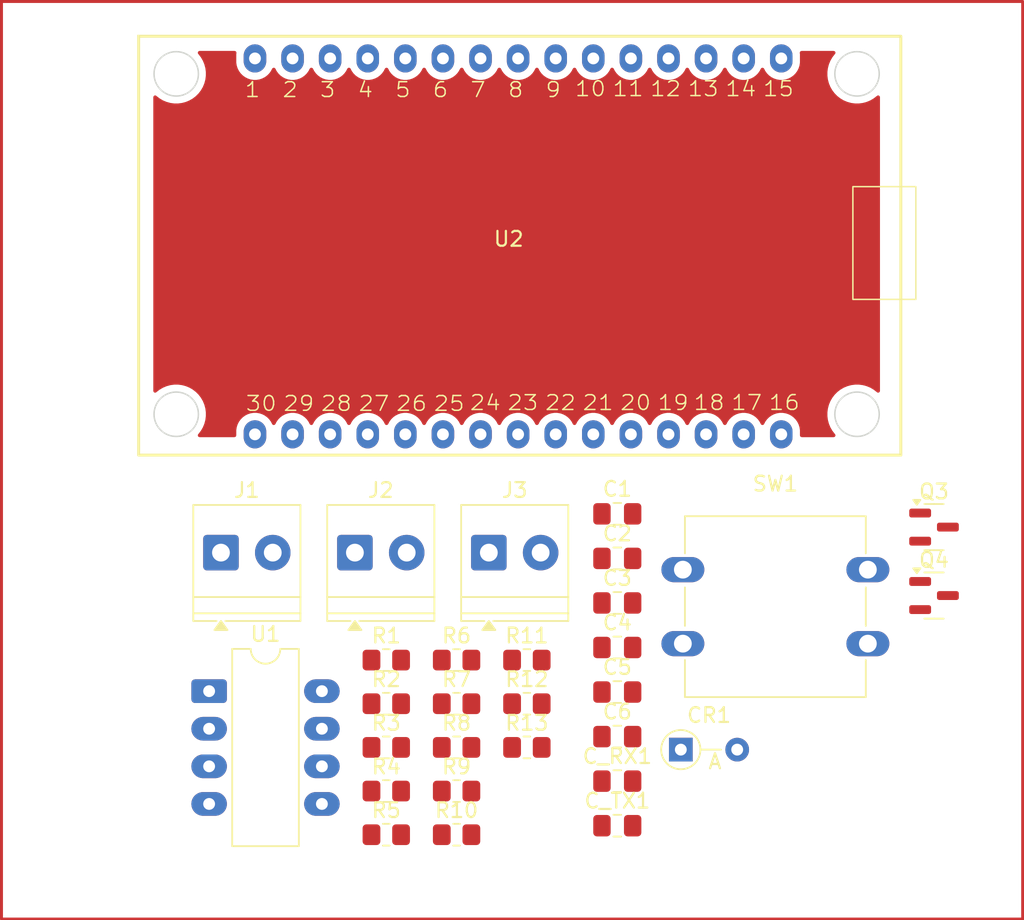
<source format=kicad_pcb>
(kicad_pcb (version 20241229) (generator "pcbnew") (generator_version "9.0")
  (layers (0 "F.Cu" signal) (2 "B.Cu" signal) (13 "F.Paste" user) (15 "B.Paste" user) (5 "F.SilkS" user "F.Silkscreen") (7 "B.SilkS" user "B.Silkscreen") (1 "F.Mask" user) (3 "B.Mask" user) (25 "Edge.Cuts" user))
  (net 0 "")
  (net 1 "/Antena")
  (net 2 "+5V")
  (net 3 "GND")
  (net 4 "/Current_Amp")
  (net 5 "/Voltage_Amp")
  (net 6 "/Retificadora")
  (net 7 "Net-(U1A-+)")
  (net 8 "Net-(U1B--)")
  (net 9 "/AmpOp")
  (net 11 "Net-(Q3-B)")
  (net 14 "Net-(C2-Pad2)")
  (net 16 "Net-(Q3-C)")
  (net 21 "Net-(Q4-B)")
  (net 22 "Net-(Q4-E)")
  (net 25 "/Antena_RX")
  (net 26 "/Antena_TX")
  (net 27 "/Bateria")
  (net 28 "/ESP32_RX")
  (net 30 "/ESP32_TX")
  (net 34 "/TRIG_PIN")
  (net 35 "/PWM_PIN")
  (footprint "Capacitor_SMD:C_0805_2012Metric_Pad1.18x1.45mm_HandSolder" (layer "F.Cu") (at 101.61 95.17)
    (property "Reference" "C6" (at 0 -1.68 0) (layer "F.SilkS"))
    (property "Value" "1uF")
    (fp_line (start -0.261252 -0.735) (end 0.261252 -0.735) (stroke (width 0.12)) (layer "F.SilkS"))
    (fp_line (start -0.261252 0.735) (end 0.261252 0.735) (stroke (width 0.12)) (layer "F.SilkS"))
    (pad "1" smd roundrect (at -1.0375 0) (size 1.175 1.45) (layers "F.Cu" "F.Mask" "F.Paste") (roundrect_rratio 0.212766) (net 3 "GND"))
    (pad "2" smd roundrect (at 1.0375 0) (size 1.175 1.45) (layers "F.Cu" "F.Mask" "F.Paste") (roundrect_rratio 0.212766) (net 22 "Net-(Q4-E)"))
  )
  (footprint "Resistor_SMD:R_0805_2012Metric_Pad1.20x1.40mm_HandSolder" (layer "F.Cu") (at 86 95.9)
    (property "Reference" "R3" (at 0 -1.65 0) (layer "F.SilkS"))
    (property "Value" "3.3k")
    (fp_line (start -0.227064 -0.735) (end 0.227064 -0.735) (stroke (width 0.12)) (layer "F.SilkS"))
    (fp_line (start -0.227064 0.735) (end 0.227064 0.735) (stroke (width 0.12)) (layer "F.SilkS"))
    (pad "1" smd roundrect (at -1 0) (size 1.2 1.4) (layers "F.Cu" "F.Mask" "F.Paste") (roundrect_rratio 0.208333) (net 2 "+5V"))
    (pad "2" smd roundrect (at 1 0) (size 1.2 1.4) (layers "F.Cu" "F.Mask" "F.Paste") (roundrect_rratio 0.208333) (net 16 "Net-(Q3-C)"))
  )
  (footprint "Resistor_SMD:R_0805_2012Metric_Pad1.20x1.40mm_HandSolder" (layer "F.Cu") (at 86 92.95)
    (property "Reference" "R2" (at 0 -1.65 0) (layer "F.SilkS"))
    (property "Value" "120k")
    (fp_line (start -0.227064 -0.735) (end 0.227064 -0.735) (stroke (width 0.12)) (layer "F.SilkS"))
    (fp_line (start -0.227064 0.735) (end 0.227064 0.735) (stroke (width 0.12)) (layer "F.SilkS"))
    (pad "1" smd roundrect (at -1 0) (size 1.2 1.4) (layers "F.Cu" "F.Mask" "F.Paste") (roundrect_rratio 0.208333) (net 11 "Net-(Q3-B)"))
    (pad "2" smd roundrect (at 1 0) (size 1.2 1.4) (layers "F.Cu" "F.Mask" "F.Paste") (roundrect_rratio 0.208333) (net 3 "GND"))
  )
  (footprint "Resistor_SMD:R_0805_2012Metric_Pad1.20x1.40mm_HandSolder" (layer "F.Cu") (at 95.5 95.9)
    (property "Reference" "R13" (at 0 -1.65 0) (layer "F.SilkS"))
    (property "Value" "10k-20k")
    (fp_line (start -0.227064 -0.735) (end 0.227064 -0.735) (stroke (width 0.12)) (layer "F.SilkS"))
    (fp_line (start -0.227064 0.735) (end 0.227064 0.735) (stroke (width 0.12)) (layer "F.SilkS"))
    (pad "1" smd roundrect (at -1 0) (size 1.2 1.4) (layers "F.Cu" "F.Mask" "F.Paste") (roundrect_rratio 0.208333) (net 8 "Net-(U1B--)"))
    (pad "2" smd roundrect (at 1 0) (size 1.2 1.4) (layers "F.Cu" "F.Mask" "F.Paste") (roundrect_rratio 0.208333) (net 3 "GND"))
  )
  (footprint "Resistor_SMD:R_0805_2012Metric_Pad1.20x1.40mm_HandSolder" (layer "F.Cu") (at 90.75 101.8)
    (property "Reference" "R10" (at 0 -1.65 0) (layer "F.SilkS"))
    (property "Value" "3.3k")
    (fp_line (start -0.227064 -0.735) (end 0.227064 -0.735) (stroke (width 0.12)) (layer "F.SilkS"))
    (fp_line (start -0.227064 0.735) (end 0.227064 0.735) (stroke (width 0.12)) (layer "F.SilkS"))
    (pad "1" smd roundrect (at -1 0) (size 1.2 1.4) (layers "F.Cu" "F.Mask" "F.Paste") (roundrect_rratio 0.208333) (net 22 "Net-(Q4-E)"))
    (pad "2" smd roundrect (at 1 0) (size 1.2 1.4) (layers "F.Cu" "F.Mask" "F.Paste") (roundrect_rratio 0.208333) (net 3 "GND"))
  )
  (footprint "TerminalBlock_Phoenix:TerminalBlock_Phoenix_PT-1,5-2-3.5-H_1x02_P3.50mm_Horizontal" (layer "F.Cu") (at 92.93 82.74)
    (property "Reference" "J3" (at 1.75 -4.22 0) (layer "F.SilkS"))
    (property "Value" "Screw_Terminal_01x02")
    (fp_line (start -1.87 -3.22) (end -1.87 4.62) (stroke (width 0.12)) (layer "F.SilkS"))
    (fp_line (start -1.87 -3.22) (end 5.37 -3.22) (stroke (width 0.12)) (layer "F.SilkS"))
    (fp_line (start -1.87 3) (end 5.37 3) (stroke (width 0.12)) (layer "F.SilkS"))
    (fp_line (start -1.87 4.1) (end 5.37 4.1) (stroke (width 0.12)) (layer "F.SilkS"))
    (fp_line (start -1.87 4.62) (end -0.3 4.62) (stroke (width 0.12)) (layer "F.SilkS"))
    (fp_line (start 0.3 4.62) (end 5.37 4.62) (stroke (width 0.12)) (layer "F.SilkS"))
    (fp_line (start 5.37 -3.22) (end 5.37 4.62) (stroke (width 0.12)) (layer "F.SilkS"))
    (fp_poly (pts (xy 0 4.62) (xy 0.44 5.23) (xy -0.44 5.23)) (stroke (width 0.12)) (fill yes) (layer "F.SilkS"))
    (pad "1" thru_hole roundrect (at 0 0) (size 2.4 2.4) (drill 1.2) (layers "*.Cu" "*.Mask") (roundrect_rratio 0.104167) (net 3 "GND"))
    (pad "2" thru_hole circle (at 3.5 0) (size 2.4 2.4) (drill 1.2) (layers "*.Cu" "*.Mask") (net 27 "/Bateria"))
  )
  (footprint "Capacitor_SMD:C_0805_2012Metric_Pad1.18x1.45mm_HandSolder" (layer "F.Cu") (at 101.61 98.18)
    (property "Reference" "C_RX1" (at 0 -1.68 0) (layer "F.SilkS"))
    (property "Value" "1uF")
    (fp_line (start -0.261252 -0.735) (end 0.261252 -0.735) (stroke (width 0.12)) (layer "F.SilkS"))
    (fp_line (start -0.261252 0.735) (end 0.261252 0.735) (stroke (width 0.12)) (layer "F.SilkS"))
    (pad "1" smd roundrect (at -1.0375 0) (size 1.175 1.45) (layers "F.Cu" "F.Mask" "F.Paste") (roundrect_rratio 0.212766) (net 3 "GND"))
    (pad "2" smd roundrect (at 1.0375 0) (size 1.175 1.45) (layers "F.Cu" "F.Mask" "F.Paste") (roundrect_rratio 0.212766) (net 25 "/Antena_RX"))
  )
  (footprint "Button_Switch_THT:SW_SPST_Omron_B3F-40xx" (layer "F.Cu") (at 106.04 83.89)
    (property "Reference" "SW1" (at 6.25 -5.8 0) (layer "F.SilkS"))
    (property "Value" "SW_SPST")
    (fp_line (start 0.14 -3.61) (end 0.14 -1.1) (stroke (width 0.12)) (layer "F.SilkS"))
    (fp_line (start 0.14 -3.61) (end 12.36 -3.61) (stroke (width 0.12)) (layer "F.SilkS"))
    (fp_line (start 0.14 1.2) (end 0.14 3.8) (stroke (width 0.12)) (layer "F.SilkS"))
    (fp_line (start 0.14 6.1) (end 0.14 8.61) (stroke (width 0.12)) (layer "F.SilkS"))
    (fp_line (start 12.36 -3.61) (end 12.36 -1.1) (stroke (width 0.12)) (layer "F.SilkS"))
    (fp_line (start 12.36 1.2) (end 12.36 3.8) (stroke (width 0.12)) (layer "F.SilkS"))
    (fp_line (start 12.36 6.1) (end 12.36 8.61) (stroke (width 0.12)) (layer "F.SilkS"))
    (fp_line (start 12.36 8.61) (end 0.14 8.61) (stroke (width 0.12)) (layer "F.SilkS"))
    (pad "" np_thru_hole circle (at 6.25 -2) (size 1.8 1.8) (drill 1.8) (layers "*.Cu" "*.Mask"))
    (pad "" np_thru_hole circle (at 6.25 7) (size 1.8 1.8) (drill 1.8) (layers "*.Cu" "*.Mask"))
    (pad "1" thru_hole oval (at 0 0) (size 2.9 1.7) (drill 1.2) (layers "*.Cu" "*.Mask") (net 27 "/Bateria"))
    (pad "1" thru_hole oval (at 12.5 0) (size 2.9 1.7) (drill 1.2) (layers "*.Cu" "*.Mask") (net 27 "/Bateria"))
    (pad "2" thru_hole oval (at 0 5) (size 2.9 1.7) (drill 1.2) (layers "*.Cu" "*.Mask") (net 2 "+5V"))
    (pad "2" thru_hole oval (at 12.5 5) (size 2.9 1.7) (drill 1.2) (layers "*.Cu" "*.Mask") (net 2 "+5V"))
  )
  (footprint "Package_TO_SOT_SMD:SOT-23" (layer "F.Cu") (at 123.01 81.015)
    (property "Reference" "Q3" (at 0 -2.4 0) (layer "F.SilkS"))
    (property "Value" "BC847")
    (fp_line (start 0 -1.56) (end -0.65 -1.56) (stroke (width 0.12)) (layer "F.SilkS"))
    (fp_line (start 0 -1.56) (end 0.65 -1.56) (stroke (width 0.12)) (layer "F.SilkS"))
    (fp_line (start 0 1.56) (end -0.65 1.56) (stroke (width 0.12)) (layer "F.SilkS"))
    (fp_line (start 0 1.56) (end 0.65 1.56) (stroke (width 0.12)) (layer "F.SilkS"))
    (fp_poly (pts (xy -1.1625 -1.51) (xy -1.4025 -1.84) (xy -0.9225 -1.84)) (stroke (width 0.12)) (fill yes) (layer "F.SilkS"))
    (pad "1" smd roundrect (at -0.9375 -0.95) (size 1.475 0.6) (layers "F.Cu" "F.Mask" "F.Paste") (net 11 "Net-(Q3-B)"))
    (pad "2" smd roundrect (at -0.9375 0.95) (size 1.475 0.6) (layers "F.Cu" "F.Mask" "F.Paste") (net 4 "/Current_Amp"))
    (pad "3" smd roundrect (at 0.9375 0) (size 1.475 0.6) (layers "F.Cu" "F.Mask" "F.Paste") (net 16 "Net-(Q3-C)"))
  )
  (footprint "Capacitor_SMD:C_0805_2012Metric_Pad1.18x1.45mm_HandSolder" (layer "F.Cu") (at 101.61 83.13)
    (property "Reference" "C2" (at 0 -1.68 0) (layer "F.SilkS"))
    (property "Value" "1uF")
    (fp_line (start -0.261252 -0.735) (end 0.261252 -0.735) (stroke (width 0.12)) (layer "F.SilkS"))
    (fp_line (start -0.261252 0.735) (end 0.261252 0.735) (stroke (width 0.12)) (layer "F.SilkS"))
    (pad "1" smd roundrect (at -1.0375 0) (size 1.175 1.45) (layers "F.Cu" "F.Mask" "F.Paste") (roundrect_rratio 0.212766) (net 5 "/Voltage_Amp"))
    (pad "2" smd roundrect (at 1.0375 0) (size 1.175 1.45) (layers "F.Cu" "F.Mask" "F.Paste") (roundrect_rratio 0.212766) (net 14 "Net-(C2-Pad2)"))
  )
  (footprint "Diode_THT:D_DO-35_SOD27_P3.81mm_Vertical_AnodeUp" (layer "F.Cu") (at 105.901371 96.051371)
    (property "Reference" "CR1" (at 1.905 -2.326371 0) (layer "F.SilkS"))
    (property "Value" "1N4148")
    (fp_line (start 1.326371 0) (end 2.71 0) (stroke (width 0.12)) (layer "F.SilkS"))
    (fp_circle (center 0 0) (end 1.326371 0) (stroke (width 0.12)) (fill no) (layer "F.SilkS"))
    (fp_text user "A" (at 2.31 0.8 0) (layer "F.SilkS"))
    (pad "1" thru_hole rect (at 0 0) (size 1.6 1.6) (drill 0.8) (layers "*.Cu" "*.Mask") (net 6 "/Retificadora"))
    (pad "2" thru_hole oval (at 3.81 0) (size 1.6 1.6) (drill 0.8) (layers "*.Cu" "*.Mask") (net 14 "Net-(C2-Pad2)"))
  )
  (footprint "Capacitor_SMD:C_0805_2012Metric_Pad1.18x1.45mm_HandSolder" (layer "F.Cu") (at 101.61 86.14)
    (property "Reference" "C3" (at 0 -1.68 0) (layer "F.SilkS"))
    (property "Value" "25pF")
    (fp_line (start -0.261252 -0.735) (end 0.261252 -0.735) (stroke (width 0.12)) (layer "F.SilkS"))
    (fp_line (start -0.261252 0.735) (end 0.261252 0.735) (stroke (width 0.12)) (layer "F.SilkS"))
    (pad "1" smd roundrect (at -1.0375 0) (size 1.175 1.45) (layers "F.Cu" "F.Mask" "F.Paste") (roundrect_rratio 0.212766) (net 6 "/Retificadora"))
    (pad "2" smd roundrect (at 1.0375 0) (size 1.175 1.45) (layers "F.Cu" "F.Mask" "F.Paste") (roundrect_rratio 0.212766) (net 3 "GND"))
  )
  (footprint "Resistor_SMD:R_0805_2012Metric_Pad1.20x1.40mm_HandSolder" (layer "F.Cu") (at 90.75 92.95)
    (property "Reference" "R7" (at 0 -1.65 0) (layer "F.SilkS"))
    (property "Value" "180k")
    (fp_line (start -0.227064 -0.735) (end 0.227064 -0.735) (stroke (width 0.12)) (layer "F.SilkS"))
    (fp_line (start -0.227064 0.735) (end 0.227064 0.735) (stroke (width 0.12)) (layer "F.SilkS"))
    (pad "1" smd roundrect (at -1 0) (size 1.2 1.4) (layers "F.Cu" "F.Mask" "F.Paste") (roundrect_rratio 0.208333) (net 2 "+5V"))
    (pad "2" smd roundrect (at 1 0) (size 1.2 1.4) (layers "F.Cu" "F.Mask" "F.Paste") (roundrect_rratio 0.208333) (net 21 "Net-(Q4-B)"))
  )
  (footprint "Resistor_SMD:R_0805_2012Metric_Pad1.20x1.40mm_HandSolder" (layer "F.Cu") (at 86 90)
    (property "Reference" "R1" (at 0 -1.65 0) (layer "F.SilkS"))
    (property "Value" "180k")
    (fp_line (start -0.227064 -0.735) (end 0.227064 -0.735) (stroke (width 0.12)) (layer "F.SilkS"))
    (fp_line (start -0.227064 0.735) (end 0.227064 0.735) (stroke (width 0.12)) (layer "F.SilkS"))
    (pad "1" smd roundrect (at -1 0) (size 1.2 1.4) (layers "F.Cu" "F.Mask" "F.Paste") (roundrect_rratio 0.208333) (net 2 "+5V"))
    (pad "2" smd roundrect (at 1 0) (size 1.2 1.4) (layers "F.Cu" "F.Mask" "F.Paste") (roundrect_rratio 0.208333) (net 11 "Net-(Q3-B)"))
  )
  (footprint "Capacitor_SMD:C_0805_2012Metric_Pad1.18x1.45mm_HandSolder" (layer "F.Cu") (at 101.61 101.19)
    (property "Reference" "C_TX1" (at 0 -1.68 0) (layer "F.SilkS"))
    (property "Value" "1uF")
    (fp_line (start -0.261252 -0.735) (end 0.261252 -0.735) (stroke (width 0.12)) (layer "F.SilkS"))
    (fp_line (start -0.261252 0.735) (end 0.261252 0.735) (stroke (width 0.12)) (layer "F.SilkS"))
    (pad "1" smd roundrect (at -1.0375 0) (size 1.175 1.45) (layers "F.Cu" "F.Mask" "F.Paste") (roundrect_rratio 0.212766) (net 26 "/Antena_TX"))
    (pad "2" smd roundrect (at 1.0375 0) (size 1.175 1.45) (layers "F.Cu" "F.Mask" "F.Paste") (roundrect_rratio 0.212766) (net 3 "GND"))
  )
  (footprint "Resistor_SMD:R_0805_2012Metric_Pad1.20x1.40mm_HandSolder" (layer "F.Cu") (at 90.75 98.85)
    (property "Reference" "R9" (at 0 -1.65 0) (layer "F.SilkS"))
    (property "Value" "3.3k")
    (fp_line (start -0.227064 -0.735) (end 0.227064 -0.735) (stroke (width 0.12)) (layer "F.SilkS"))
    (fp_line (start -0.227064 0.735) (end 0.227064 0.735) (stroke (width 0.12)) (layer "F.SilkS"))
    (pad "1" smd roundrect (at -1 0) (size 1.2 1.4) (layers "F.Cu" "F.Mask" "F.Paste") (roundrect_rratio 0.208333) (net 2 "+5V"))
    (pad "2" smd roundrect (at 1 0) (size 1.2 1.4) (layers "F.Cu" "F.Mask" "F.Paste") (roundrect_rratio 0.208333) (net 5 "/Voltage_Amp"))
  )
  (footprint "Resistor_SMD:R_0805_2012Metric_Pad1.20x1.40mm_HandSolder" (layer "F.Cu") (at 90.75 90)
    (property "Reference" "R6" (at 0 -1.65 0) (layer "F.SilkS"))
    (property "Value" "1k")
    (fp_line (start -0.227064 -0.735) (end 0.227064 -0.735) (stroke (width 0.12)) (layer "F.SilkS"))
    (fp_line (start -0.227064 0.735) (end 0.227064 0.735) (stroke (width 0.12)) (layer "F.SilkS"))
    (pad "1" smd roundrect (at -1 0) (size 1.2 1.4) (layers "F.Cu" "F.Mask" "F.Paste") (roundrect_rratio 0.208333) (net 3 "GND"))
    (pad "2" smd roundrect (at 1 0) (size 1.2 1.4) (layers "F.Cu" "F.Mask" "F.Paste") (roundrect_rratio 0.208333) (net 7 "Net-(U1A-+)"))
  )
  (footprint "TerminalBlock_Phoenix:TerminalBlock_Phoenix_PT-1,5-2-3.5-H_1x02_P3.50mm_Horizontal" (layer "F.Cu") (at 83.88 82.74)
    (property "Reference" "J2" (at 1.75 -4.22 0) (layer "F.SilkS"))
    (property "Value" "Screw_Terminal_01x01")
    (fp_line (start -1.87 -3.22) (end -1.87 4.62) (stroke (width 0.12)) (layer "F.SilkS"))
    (fp_line (start -1.87 -3.22) (end 5.37 -3.22) (stroke (width 0.12)) (layer "F.SilkS"))
    (fp_line (start -1.87 3) (end 5.37 3) (stroke (width 0.12)) (layer "F.SilkS"))
    (fp_line (start -1.87 4.1) (end 5.37 4.1) (stroke (width 0.12)) (layer "F.SilkS"))
    (fp_line (start -1.87 4.62) (end -0.3 4.62) (stroke (width 0.12)) (layer "F.SilkS"))
    (fp_line (start 0.3 4.62) (end 5.37 4.62) (stroke (width 0.12)) (layer "F.SilkS"))
    (fp_line (start 5.37 -3.22) (end 5.37 4.62) (stroke (width 0.12)) (layer "F.SilkS"))
    (fp_poly (pts (xy 0 4.62) (xy 0.44 5.23) (xy -0.44 5.23)) (stroke (width 0.12)) (fill yes) (layer "F.SilkS"))
    (pad "1" thru_hole roundrect (at 0 0) (size 2.4 2.4) (drill 1.2) (layers "*.Cu" "*.Mask") (roundrect_rratio 0.104167) (net 25 "/Antena_RX"))
    (pad "2" thru_hole circle (at 3.5 0) (size 2.4 2.4) (drill 1.2) (layers "*.Cu" "*.Mask"))
  )
  (footprint "Resistor_SMD:R_0805_2012Metric_Pad1.20x1.40mm_HandSolder" (layer "F.Cu") (at 86 98.85)
    (property "Reference" "R4" (at 0 -1.65 0) (layer "F.SilkS"))
    (property "Value" "3.3k")
    (fp_line (start -0.227064 -0.735) (end 0.227064 -0.735) (stroke (width 0.12)) (layer "F.SilkS"))
    (fp_line (start -0.227064 0.735) (end 0.227064 0.735) (stroke (width 0.12)) (layer "F.SilkS"))
    (pad "1" smd roundrect (at -1 0) (size 1.2 1.4) (layers "F.Cu" "F.Mask" "F.Paste") (roundrect_rratio 0.208333) (net 4 "/Current_Amp"))
    (pad "2" smd roundrect (at 1 0) (size 1.2 1.4) (layers "F.Cu" "F.Mask" "F.Paste") (roundrect_rratio 0.208333) (net 3 "GND"))
  )
  (footprint "Resistor_SMD:R_0805_2012Metric_Pad1.20x1.40mm_HandSolder" (layer "F.Cu") (at 90.75 95.9)
    (property "Reference" "R8" (at 0 -1.65 0) (layer "F.SilkS"))
    (property "Value" "120k")
    (fp_line (start -0.227064 -0.735) (end 0.227064 -0.735) (stroke (width 0.12)) (layer "F.SilkS"))
    (fp_line (start -0.227064 0.735) (end 0.227064 0.735) (stroke (width 0.12)) (layer "F.SilkS"))
    (pad "1" smd roundrect (at -1 0) (size 1.2 1.4) (layers "F.Cu" "F.Mask" "F.Paste") (roundrect_rratio 0.208333) (net 21 "Net-(Q4-B)"))
    (pad "2" smd roundrect (at 1 0) (size 1.2 1.4) (layers "F.Cu" "F.Mask" "F.Paste") (roundrect_rratio 0.208333) (net 3 "GND"))
  )
  (footprint "Capacitor_SMD:C_0805_2012Metric_Pad1.18x1.45mm_HandSolder" (layer "F.Cu") (at 101.61 92.16)
    (property "Reference" "C5" (at 0 -1.68 0) (layer "F.SilkS"))
    (property "Value" "1uF")
    (fp_line (start -0.261252 -0.735) (end 0.261252 -0.735) (stroke (width 0.12)) (layer "F.SilkS"))
    (fp_line (start -0.261252 0.735) (end 0.261252 0.735) (stroke (width 0.12)) (layer "F.SilkS"))
    (pad "1" smd roundrect (at -1.0375 0) (size 1.175 1.45) (layers "F.Cu" "F.Mask" "F.Paste") (roundrect_rratio 0.212766) (net 21 "Net-(Q4-B)"))
    (pad "2" smd roundrect (at 1.0375 0) (size 1.175 1.45) (layers "F.Cu" "F.Mask" "F.Paste") (roundrect_rratio 0.212766) (net 4 "/Current_Amp"))
  )
  (footprint "Resistor_SMD:R_0805_2012Metric_Pad1.20x1.40mm_HandSolder" (layer "F.Cu") (at 86 101.8)
    (property "Reference" "R5" (at 0 -1.65 0) (layer "F.SilkS"))
    (property "Value" "250k")
    (fp_line (start -0.227064 -0.735) (end 0.227064 -0.735) (stroke (width 0.12)) (layer "F.SilkS"))
    (fp_line (start -0.227064 0.735) (end 0.227064 0.735) (stroke (width 0.12)) (layer "F.SilkS"))
    (pad "1" smd roundrect (at -1 0) (size 1.2 1.4) (layers "F.Cu" "F.Mask" "F.Paste") (roundrect_rratio 0.208333) (net 6 "/Retificadora"))
    (pad "2" smd roundrect (at 1 0) (size 1.2 1.4) (layers "F.Cu" "F.Mask" "F.Paste") (roundrect_rratio 0.208333) (net 3 "GND"))
  )
  (footprint "Capacitor_SMD:C_0805_2012Metric_Pad1.18x1.45mm_HandSolder" (layer "F.Cu") (at 101.61 89.15)
    (property "Reference" "C4" (at 0 -1.68 0) (layer "F.SilkS"))
    (property "Value" "1uF")
    (fp_line (start -0.261252 -0.735) (end 0.261252 -0.735) (stroke (width 0.12)) (layer "F.SilkS"))
    (fp_line (start -0.261252 0.735) (end 0.261252 0.735) (stroke (width 0.12)) (layer "F.SilkS"))
    (pad "1" smd roundrect (at -1.0375 0) (size 1.175 1.45) (layers "F.Cu" "F.Mask" "F.Paste") (roundrect_rratio 0.212766) (net 16 "Net-(Q3-C)"))
    (pad "2" smd roundrect (at 1.0375 0) (size 1.175 1.45) (layers "F.Cu" "F.Mask" "F.Paste") (roundrect_rratio 0.212766) (net 2 "+5V"))
  )
  (footprint "Resistor_SMD:R_0805_2012Metric_Pad1.20x1.40mm_HandSolder" (layer "F.Cu") (at 95.5 90)
    (property "Reference" "R11" (at 0 -1.65 0) (layer "F.SilkS"))
    (property "Value" "10k-30k")
    (fp_line (start -0.227064 -0.735) (end 0.227064 -0.735) (stroke (width 0.12)) (layer "F.SilkS"))
    (fp_line (start -0.227064 0.735) (end 0.227064 0.735) (stroke (width 0.12)) (layer "F.SilkS"))
    (pad "1" smd roundrect (at -1 0) (size 1.2 1.4) (layers "F.Cu" "F.Mask" "F.Paste") (roundrect_rratio 0.208333) (net 7 "Net-(U1A-+)"))
    (pad "2" smd roundrect (at 1 0) (size 1.2 1.4) (layers "F.Cu" "F.Mask" "F.Paste") (roundrect_rratio 0.208333) (net 9 "/AmpOp"))
  )
  (footprint "Package_DIP:CERDIP-8_W7.62mm_SideBrazed_LongPads" (layer "F.Cu") (at 74.03 92.1)
    (property "Reference" "U1" (at 3.81 -3.855 0) (layer "F.SilkS"))
    (property "Value" "LM358")
    (fp_line (start 1.56 -2.855) (end 1.56 10.475) (stroke (width 0.12)) (layer "F.SilkS"))
    (fp_line (start 1.56 10.475) (end 6.06 10.475) (stroke (width 0.12)) (layer "F.SilkS"))
    (fp_line (start 2.81 -2.855) (end 1.56 -2.855) (stroke (width 0.12)) (layer "F.SilkS"))
    (fp_line (start 6.06 -2.855) (end 4.81 -2.855) (stroke (width 0.12)) (layer "F.SilkS"))
    (fp_line (start 6.06 10.475) (end 6.06 -2.855) (stroke (width 0.12)) (layer "F.SilkS"))
    (fp_arc (start 4.81 -2.855) (mid 3.81 -1.855) (end 2.81 -2.855) (stroke (width 0.12)) (layer "F.SilkS"))
    (pad "1" thru_hole roundrect (at 0 0) (size 2.4 1.6) (drill 0.8) (layers "*.Cu" "*.Mask") (roundrect_rratio 0.15625) (net 9 "/AmpOp"))
    (pad "2" thru_hole oval (at 0 2.54) (size 2.4 1.6) (drill 0.8) (layers "*.Cu" "*.Mask") (net 6 "/Retificadora"))
    (pad "3" thru_hole oval (at 0 5.08) (size 2.4 1.6) (drill 0.8) (layers "*.Cu" "*.Mask") (net 7 "Net-(U1A-+)"))
    (pad "4" thru_hole oval (at 0 7.62) (size 2.4 1.6) (drill 0.8) (layers "*.Cu" "*.Mask") (net 3 "GND"))
    (pad "5" thru_hole oval (at 7.62 7.62) (size 2.4 1.6) (drill 0.8) (layers "*.Cu" "*.Mask") (net 9 "/AmpOp"))
    (pad "6" thru_hole oval (at 7.62 5.08) (size 2.4 1.6) (drill 0.8) (layers "*.Cu" "*.Mask") (net 8 "Net-(U1B--)"))
    (pad "7" thru_hole oval (at 7.62 2.54) (size 2.4 1.6) (drill 0.8) (layers "*.Cu" "*.Mask") (net 28 "/ESP32_RX"))
    (pad "8" thru_hole oval (at 7.62 0) (size 2.4 1.6) (drill 0.8) (layers "*.Cu" "*.Mask") (net 2 "+5V"))
  )
  (footprint "TerminalBlock_Phoenix:TerminalBlock_Phoenix_PT-1,5-2-3.5-H_1x02_P3.50mm_Horizontal" (layer "F.Cu") (at 74.83 82.74)
    (property "Reference" "J1" (at 1.75 -4.22 0) (layer "F.SilkS"))
    (property "Value" "Screw_Terminal_01x01")
    (fp_line (start -1.87 -3.22) (end -1.87 4.62) (stroke (width 0.12)) (layer "F.SilkS"))
    (fp_line (start -1.87 -3.22) (end 5.37 -3.22) (stroke (width 0.12)) (layer "F.SilkS"))
    (fp_line (start -1.87 3) (end 5.37 3) (stroke (width 0.12)) (layer "F.SilkS"))
    (fp_line (start -1.87 4.1) (end 5.37 4.1) (stroke (width 0.12)) (layer "F.SilkS"))
    (fp_line (start -1.87 4.62) (end -0.3 4.62) (stroke (width 0.12)) (layer "F.SilkS"))
    (fp_line (start 0.3 4.62) (end 5.37 4.62) (stroke (width 0.12)) (layer "F.SilkS"))
    (fp_line (start 5.37 -3.22) (end 5.37 4.62) (stroke (width 0.12)) (layer "F.SilkS"))
    (fp_poly (pts (xy 0 4.62) (xy 0.44 5.23) (xy -0.44 5.23)) (stroke (width 0.12)) (fill yes) (layer "F.SilkS"))
    (pad "1" thru_hole roundrect (at 0 0) (size 2.4 2.4) (drill 1.2) (layers "*.Cu" "*.Mask") (roundrect_rratio 0.104167) (net 26 "/Antena_TX"))
    (pad "2" thru_hole circle (at 3.5 0) (size 2.4 2.4) (drill 1.2) (layers "*.Cu" "*.Mask"))
  )
  (footprint "ESP32_Footprints:ESP32_30pin" (layer "F.Cu") (at 94.667911 61.82)
    (property "Reference" "U2" (at -0.395187 -0.27246 0) (layer "F.SilkS"))
    (property "Value" "~")
    (fp_rect (start -25.4 -13.97) (end 26.1 14.33) (stroke (width 0.2)) (fill no) (layer "F.SilkS"))
    (fp_rect (start 22.86 -3.81) (end 27.114179 3.81) (stroke (width 0.1)) (fill no) (layer "F.SilkS"))
    (fp_circle (center -22.86 -11.43) (end -21.36 -11.43) (stroke (width 0.1)) (fill no) (layer "Edge.Cuts"))
    (fp_circle (center -22.86 11.57) (end -21.36 11.57) (stroke (width 0.1)) (fill no) (layer "Edge.Cuts"))
    (fp_circle (center 23.14 -11.43) (end 24.64 -11.43) (stroke (width 0.1)) (fill no) (layer "Edge.Cuts"))
    (fp_circle (center 23.14 11.57) (end 24.64 11.57) (stroke (width 0.1)) (fill no) (layer "Edge.Cuts"))
    (fp_text user "4" (at -10.676175 -9.77359 0) (layer "F.SilkS") (effects (font (size 1 1.1) (thickness 0.1)) (justify left bottom)))
    (fp_text user "6" (at -5.596175 -9.77359 0) (layer "F.SilkS") (effects (font (size 1 1.1) (thickness 0.1)) (justify left bottom)))
    (fp_text user "3" (at -13.216175 -9.77359 0) (layer "F.SilkS") (effects (font (size 1 1.1) (thickness 0.1)) (justify left bottom)))
    (fp_text user "17" (at 14.574602 11.368478 0) (layer "F.SilkS") (effects (font (size 1 1.1) (thickness 0.1)) (justify left bottom)))
    (fp_text user "7" (at -3.056175 -9.77359 0) (layer "F.SilkS") (effects (font (size 1 1.1) (thickness 0.1)) (justify left bottom)))
    (fp_text user "28" (at -13.152504 11.429083 0) (layer "F.SilkS") (effects (font (size 1 1.1) (thickness 0.1)) (justify left bottom)))
    (fp_text user "11" (at 6.555525 -9.834583 0) (layer "F.SilkS") (effects (font (size 1 1.1) (thickness 0.1)) (justify left bottom)))
    (fp_text user "15" (at 16.715525 -9.834583 0) (layer "F.SilkS") (effects (font (size 1 1.1) (thickness 0.1)) (justify left bottom)))
    (fp_text user "9" (at 2.023825 -9.77359 0) (layer "F.SilkS") (effects (font (size 1 1.1) (thickness 0.1)) (justify left bottom)))
    (fp_text user "20" (at 7.066542 11.373831 0) (layer "F.SilkS") (effects (font (size 1 1.1) (thickness 0.1)) (justify left bottom)))
    (fp_text user "22" (at 1.986542 11.373831 0) (layer "F.SilkS") (effects (font (size 1 1.1) (thickness 0.1)) (justify left bottom)))
    (fp_text user "25" (at -5.532504 11.429083 0) (layer "F.SilkS") (effects (font (size 1 1.1) (thickness 0.1)) (justify left bottom)))
    (fp_text user "1" (at -18.296175 -9.77359 0) (layer "F.SilkS") (effects (font (size 1 1.1) (thickness 0.1)) (justify left bottom)))
    (fp_text user "18" (at 12.034602 11.368478 0) (layer "F.SilkS") (effects (font (size 1 1.1) (thickness 0.1)) (justify left bottom)))
    (fp_text user "29" (at -15.692504 11.429083 0) (layer "F.SilkS") (effects (font (size 1 1.1) (thickness 0.1)) (justify left bottom)))
    (fp_text user "13" (at 11.635525 -9.834583 0) (layer "F.SilkS") (effects (font (size 1 1.1) (thickness 0.1)) (justify left bottom)))
    (fp_text user "24" (at -3.093458 11.373831 0) (layer "F.SilkS") (effects (font (size 1 1.1) (thickness 0.1)) (justify left bottom)))
    (fp_text user "23" (at -0.553458 11.373831 0) (layer "F.SilkS") (effects (font (size 1 1.1) (thickness 0.1)) (justify left bottom)))
    (fp_text user "2" (at -15.756175 -9.77359 0) (layer "F.SilkS") (effects (font (size 1 1.1) (thickness 0.1)) (justify left bottom)))
    (fp_text user "5" (at -8.136175 -9.77359 0) (layer "F.SilkS") (effects (font (size 1 1.1) (thickness 0.1)) (justify left bottom)))
    (fp_text user "16" (at 17.114602 11.368478 0) (layer "F.SilkS") (effects (font (size 1 1.1) (thickness 0.1)) (justify left bottom)))
    (fp_text user "21" (at 4.526542 11.373831 0) (layer "F.SilkS") (effects (font (size 1 1.1) (thickness 0.1)) (justify left bottom)))
    (fp_text user "30" (at -18.232504 11.429083 0) (layer "F.SilkS") (effects (font (size 1 1.1) (thickness 0.1)) (justify left bottom)))
    (fp_text user "14" (at 14.175525 -9.834583 0) (layer "F.SilkS") (effects (font (size 1 1.1) (thickness 0.1)) (justify left bottom)))
    (fp_text user "12" (at 9.095525 -9.834583 0) (layer "F.SilkS") (effects (font (size 1 1.1) (thickness 0.1)) (justify left bottom)))
    (fp_text user "19" (at 9.606542 11.373831 0) (layer "F.SilkS") (effects (font (size 1 1.1) (thickness 0.1)) (justify left bottom)))
    (fp_text user "8" (at -0.516175 -9.77359 0) (layer "F.SilkS") (effects (font (size 1 1.1) (thickness 0.1)) (justify left bottom)))
    (fp_text user "27" (at -10.612504 11.429083 0) (layer "F.SilkS") (effects (font (size 1 1.1) (thickness 0.1)) (justify left bottom)))
    (fp_text user "10" (at 4.015525 -9.834583 0) (layer "F.SilkS") (effects (font (size 1 1.1) (thickness 0.1)) (justify left bottom)))
    (fp_text user "26" (at -8.072504 11.429083 0) (layer "F.SilkS") (effects (font (size 1 1.1) (thickness 0.1)) (justify left bottom)))
    (pad "1" thru_hole oval (at -17.540187 -12.47246) (size 1.524 1.9) (drill 0.8) (layers "*.Cu" "*.Mask") (net 2 "+5V"))
    (pad "1" thru_hole oval (at -17.540187 12.92754) (size 1.524 1.9) (drill 0.8) (layers "*.Cu" "*.Mask") (net 2 "+5V"))
    (pad "2" thru_hole oval (at -15.000187 -12.47246) (size 1.524 1.9) (drill 0.8) (layers "*.Cu" "*.Mask") (net 3 "GND"))
    (pad "2" thru_hole oval (at -15.000187 12.92754) (size 1.524 1.9) (drill 0.8) (layers "*.Cu" "*.Mask") (net 3 "GND"))
    (pad "3" thru_hole oval (at -12.460187 -12.47246) (size 1.524 1.9) (drill 0.8) (layers "*.Cu" "*.Mask"))
    (pad "3" thru_hole oval (at -12.460187 12.92754) (size 1.524 1.9) (drill 0.8) (layers "*.Cu" "*.Mask"))
    (pad "4" thru_hole oval (at -9.920187 -12.47246) (size 1.524 1.9) (drill 0.8) (layers "*.Cu" "*.Mask") (net 30 "/ESP32_TX"))
    (pad "4" thru_hole oval (at -9.920187 12.92754) (size 1.524 1.9) (drill 0.8) (layers "*.Cu" "*.Mask") (net 30 "/ESP32_TX"))
    (pad "5" thru_hole oval (at -7.380187 -12.47246) (size 1.524 1.9) (drill 0.8) (layers "*.Cu" "*.Mask"))
    (pad "5" thru_hole oval (at -7.380187 12.92754) (size 1.524 1.9) (drill 0.8) (layers "*.Cu" "*.Mask"))
    (pad "6" thru_hole oval (at -4.840187 -12.47246) (size 1.524 1.9) (drill 0.8) (layers "*.Cu" "*.Mask"))
    (pad "6" thru_hole oval (at -4.840187 12.92754) (size 1.524 1.9) (drill 0.8) (layers "*.Cu" "*.Mask"))
    (pad "7" thru_hole oval (at -2.300187 -12.47246) (size 1.524 1.9) (drill 0.8) (layers "*.Cu" "*.Mask"))
    (pad "7" thru_hole oval (at -2.300187 12.92754) (size 1.524 1.9) (drill 0.8) (layers "*.Cu" "*.Mask"))
    (pad "8" thru_hole oval (at 0.239813 -12.47246) (size 1.524 1.9) (drill 0.8) (layers "*.Cu" "*.Mask") (net 35 "/PWM_PIN"))
    (pad "8" thru_hole oval (at 0.239813 12.92754) (size 1.524 1.9) (drill 0.8) (layers "*.Cu" "*.Mask") (net 35 "/PWM_PIN"))
    (pad "9" thru_hole oval (at 2.779813 -12.47246) (size 1.524 1.9) (drill 0.8) (layers "*.Cu" "*.Mask"))
    (pad "9" thru_hole oval (at 2.779813 12.92754) (size 1.524 1.9) (drill 0.8) (layers "*.Cu" "*.Mask"))
    (pad "10" thru_hole oval (at 5.319813 -12.47246) (size 1.524 1.9) (drill 0.8) (layers "*.Cu" "*.Mask"))
    (pad "10" thru_hole oval (at 5.319813 12.92754) (size 1.524 1.9) (drill 0.8) (layers "*.Cu" "*.Mask"))
    (pad "11" thru_hole oval (at 7.859813 -12.47246) (size 1.524 1.9) (drill 0.8) (layers "*.Cu" "*.Mask"))
    (pad "11" thru_hole oval (at 7.859813 12.92754) (size 1.524 1.9) (drill 0.8) (layers "*.Cu" "*.Mask"))
    (pad "12" thru_hole oval (at 10.399813 -12.47246) (size 1.524 1.9) (drill 0.8) (layers "*.Cu" "*.Mask"))
    (pad "12" thru_hole oval (at 10.399813 12.92754) (size 1.524 1.9) (drill 0.8) (layers "*.Cu" "*.Mask"))
    (pad "13" thru_hole oval (at 12.939813 -12.47246) (size 1.524 1.9) (drill 0.8) (layers "*.Cu" "*.Mask"))
    (pad "13" thru_hole oval (at 12.939813 12.92754) (size 1.524 1.9) (drill 0.8) (layers "*.Cu" "*.Mask"))
    (pad "14" thru_hole oval (at 15.479813 -12.47246) (size 1.524 1.9) (drill 0.8) (layers "*.Cu" "*.Mask") (net 34 "/TRIG_PIN"))
    (pad "14" thru_hole oval (at 15.479813 12.92754) (size 1.524 1.9) (drill 0.8) (layers "*.Cu" "*.Mask") (net 34 "/TRIG_PIN"))
    (pad "15" thru_hole oval (at 18.019813 -12.47246) (size 1.524 1.9) (drill 0.8) (layers "*.Cu" "*.Mask"))
    (pad "15" thru_hole oval (at 18.019813 12.92754) (size 1.524 1.9) (drill 0.8) (layers "*.Cu" "*.Mask"))
  )
  (footprint "Capacitor_SMD:C_0805_2012Metric_Pad1.18x1.45mm_HandSolder" (layer "F.Cu") (at 101.61 80.12)
    (property "Reference" "C1" (at 0 -1.68 0) (layer "F.SilkS"))
    (property "Value" "1uF")
    (fp_line (start -0.261252 -0.735) (end 0.261252 -0.735) (stroke (width 0.12)) (layer "F.SilkS"))
    (fp_line (start -0.261252 0.735) (end 0.261252 0.735) (stroke (width 0.12)) (layer "F.SilkS"))
    (pad "1" smd roundrect (at -1.0375 0) (size 1.175 1.45) (layers "F.Cu" "F.Mask" "F.Paste") (roundrect_rratio 0.212766) (net 1 "/Antena"))
    (pad "2" smd roundrect (at 1.0375 0) (size 1.175 1.45) (layers "F.Cu" "F.Mask" "F.Paste") (roundrect_rratio 0.212766) (net 11 "Net-(Q3-B)"))
  )
  (footprint "Resistor_SMD:R_0805_2012Metric_Pad1.20x1.40mm_HandSolder" (layer "F.Cu") (at 95.5 92.95)
    (property "Reference" "R12" (at 0 -1.65 0) (layer "F.SilkS"))
    (property "Value" "15k")
    (fp_line (start -0.227064 -0.735) (end 0.227064 -0.735) (stroke (width 0.12)) (layer "F.SilkS"))
    (fp_line (start -0.227064 0.735) (end 0.227064 0.735) (stroke (width 0.12)) (layer "F.SilkS"))
    (pad "1" smd roundrect (at -1 0) (size 1.2 1.4) (layers "F.Cu" "F.Mask" "F.Paste") (roundrect_rratio 0.208333) (net 8 "Net-(U1B--)"))
    (pad "2" smd roundrect (at 1 0) (size 1.2 1.4) (layers "F.Cu" "F.Mask" "F.Paste") (roundrect_rratio 0.208333) (net 2 "+5V"))
  )
  (footprint "Package_TO_SOT_SMD:SOT-23" (layer "F.Cu") (at 123.01 85.64)
    (property "Reference" "Q4" (at 0 -2.4 0) (layer "F.SilkS"))
    (property "Value" "BC847")
    (fp_line (start 0 -1.56) (end -0.65 -1.56) (stroke (width 0.12)) (layer "F.SilkS"))
    (fp_line (start 0 -1.56) (end 0.65 -1.56) (stroke (width 0.12)) (layer "F.SilkS"))
    (fp_line (start 0 1.56) (end -0.65 1.56) (stroke (width 0.12)) (layer "F.SilkS"))
    (fp_line (start 0 1.56) (end 0.65 1.56) (stroke (width 0.12)) (layer "F.SilkS"))
    (fp_poly (pts (xy -1.1625 -1.51) (xy -1.4025 -1.84) (xy -0.9225 -1.84)) (stroke (width 0.12)) (fill yes) (layer "F.SilkS"))
    (pad "1" smd roundrect (at -0.9375 -0.95) (size 1.475 0.6) (layers "F.Cu" "F.Mask" "F.Paste") (net 21 "Net-(Q4-B)"))
    (pad "2" smd roundrect (at -0.9375 0.95) (size 1.475 0.6) (layers "F.Cu" "F.Mask" "F.Paste") (net 22 "Net-(Q4-E)"))
    (pad "3" smd roundrect (at 0.9375 0) (size 1.475 0.6) (layers "F.Cu" "F.Mask" "F.Paste") (net 5 "/Voltage_Amp"))
  )
  (gr_rect (start 60 45.5) (end 129 107.5) (stroke (width 0.2)) (fill no) (layer "F.Cu"))
  (zone (net 0) (net_name "") (layer "F.Cu") (connect_pads (clearance 0.5)) (min_thickness 0.25) (fill yes (thermal_gap 0.5) (thermal_bridge_width 0.5) (island_removal_mode 1) (island_area_min 10))
    (polygon (pts (xy 60 107.5) (xy 60 45.5) (xy 129 45.5) (xy 129 107.5)))
  )
)
</source>
